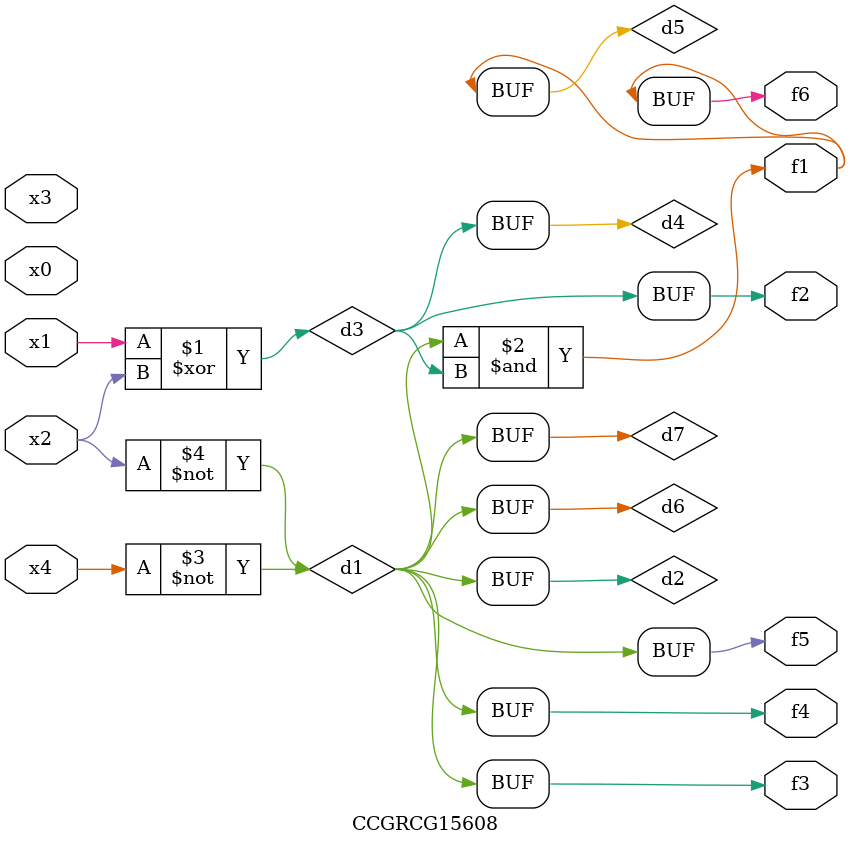
<source format=v>
module CCGRCG15608(
	input x0, x1, x2, x3, x4,
	output f1, f2, f3, f4, f5, f6
);

	wire d1, d2, d3, d4, d5, d6, d7;

	not (d1, x4);
	not (d2, x2);
	xor (d3, x1, x2);
	buf (d4, d3);
	and (d5, d1, d3);
	buf (d6, d1, d2);
	buf (d7, d2);
	assign f1 = d5;
	assign f2 = d4;
	assign f3 = d7;
	assign f4 = d7;
	assign f5 = d7;
	assign f6 = d5;
endmodule

</source>
